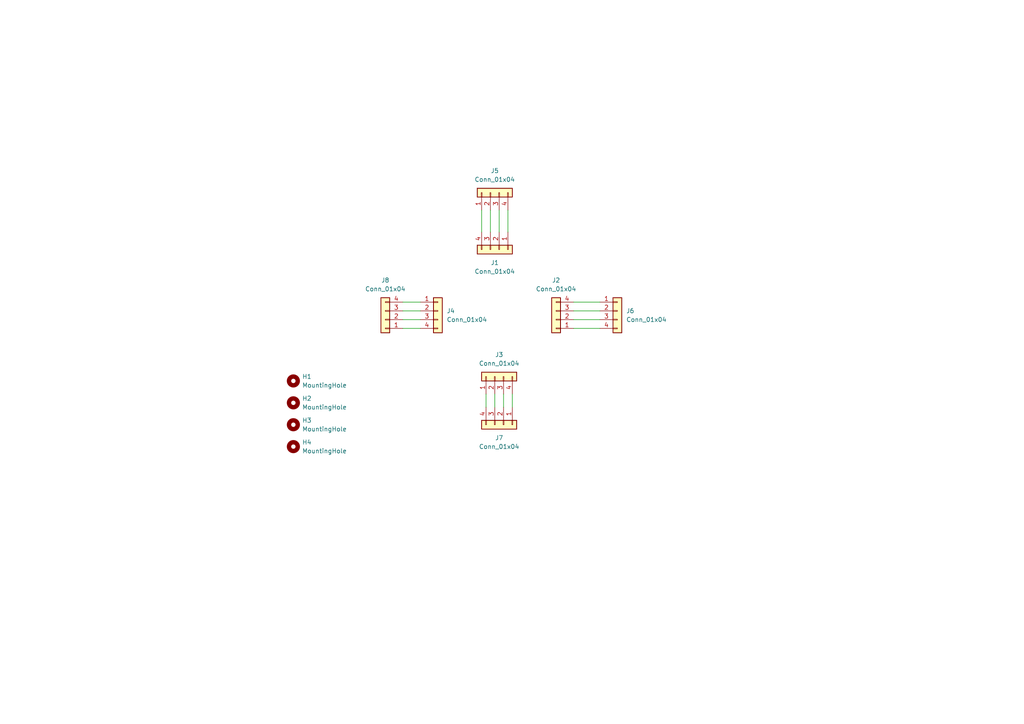
<source format=kicad_sch>
(kicad_sch (version 20211123) (generator eeschema)

  (uuid 3f687992-8b4e-4d8e-a672-f7638ae782fa)

  (paper "A4")

  (lib_symbols
    (symbol "Connector_Generic:Conn_01x04" (pin_names (offset 1.016) hide) (in_bom yes) (on_board yes)
      (property "Reference" "J" (id 0) (at 0 5.08 0)
        (effects (font (size 1.27 1.27)))
      )
      (property "Value" "Conn_01x04" (id 1) (at 0 -7.62 0)
        (effects (font (size 1.27 1.27)))
      )
      (property "Footprint" "" (id 2) (at 0 0 0)
        (effects (font (size 1.27 1.27)) hide)
      )
      (property "Datasheet" "~" (id 3) (at 0 0 0)
        (effects (font (size 1.27 1.27)) hide)
      )
      (property "ki_keywords" "connector" (id 4) (at 0 0 0)
        (effects (font (size 1.27 1.27)) hide)
      )
      (property "ki_description" "Generic connector, single row, 01x04, script generated (kicad-library-utils/schlib/autogen/connector/)" (id 5) (at 0 0 0)
        (effects (font (size 1.27 1.27)) hide)
      )
      (property "ki_fp_filters" "Connector*:*_1x??_*" (id 6) (at 0 0 0)
        (effects (font (size 1.27 1.27)) hide)
      )
      (symbol "Conn_01x04_1_1"
        (rectangle (start -1.27 -4.953) (end 0 -5.207)
          (stroke (width 0.1524) (type default) (color 0 0 0 0))
          (fill (type none))
        )
        (rectangle (start -1.27 -2.413) (end 0 -2.667)
          (stroke (width 0.1524) (type default) (color 0 0 0 0))
          (fill (type none))
        )
        (rectangle (start -1.27 0.127) (end 0 -0.127)
          (stroke (width 0.1524) (type default) (color 0 0 0 0))
          (fill (type none))
        )
        (rectangle (start -1.27 2.667) (end 0 2.413)
          (stroke (width 0.1524) (type default) (color 0 0 0 0))
          (fill (type none))
        )
        (rectangle (start -1.27 3.81) (end 1.27 -6.35)
          (stroke (width 0.254) (type default) (color 0 0 0 0))
          (fill (type background))
        )
        (pin passive line (at -5.08 2.54 0) (length 3.81)
          (name "Pin_1" (effects (font (size 1.27 1.27))))
          (number "1" (effects (font (size 1.27 1.27))))
        )
        (pin passive line (at -5.08 0 0) (length 3.81)
          (name "Pin_2" (effects (font (size 1.27 1.27))))
          (number "2" (effects (font (size 1.27 1.27))))
        )
        (pin passive line (at -5.08 -2.54 0) (length 3.81)
          (name "Pin_3" (effects (font (size 1.27 1.27))))
          (number "3" (effects (font (size 1.27 1.27))))
        )
        (pin passive line (at -5.08 -5.08 0) (length 3.81)
          (name "Pin_4" (effects (font (size 1.27 1.27))))
          (number "4" (effects (font (size 1.27 1.27))))
        )
      )
    )
    (symbol "Mechanical:MountingHole" (pin_names (offset 1.016)) (in_bom yes) (on_board yes)
      (property "Reference" "H" (id 0) (at 0 5.08 0)
        (effects (font (size 1.27 1.27)))
      )
      (property "Value" "MountingHole" (id 1) (at 0 3.175 0)
        (effects (font (size 1.27 1.27)))
      )
      (property "Footprint" "" (id 2) (at 0 0 0)
        (effects (font (size 1.27 1.27)) hide)
      )
      (property "Datasheet" "~" (id 3) (at 0 0 0)
        (effects (font (size 1.27 1.27)) hide)
      )
      (property "ki_keywords" "mounting hole" (id 4) (at 0 0 0)
        (effects (font (size 1.27 1.27)) hide)
      )
      (property "ki_description" "Mounting Hole without connection" (id 5) (at 0 0 0)
        (effects (font (size 1.27 1.27)) hide)
      )
      (property "ki_fp_filters" "MountingHole*" (id 6) (at 0 0 0)
        (effects (font (size 1.27 1.27)) hide)
      )
      (symbol "MountingHole_0_1"
        (circle (center 0 0) (radius 1.27)
          (stroke (width 1.27) (type default) (color 0 0 0 0))
          (fill (type none))
        )
      )
    )
  )


  (wire (pts (xy 116.84 95.25) (xy 121.92 95.25))
    (stroke (width 0) (type default) (color 0 0 0 0))
    (uuid 12a9aef3-3fe9-451f-a7be-021ab96ba040)
  )
  (wire (pts (xy 116.84 90.17) (xy 121.92 90.17))
    (stroke (width 0) (type default) (color 0 0 0 0))
    (uuid 177d020a-aa7f-43b6-8197-eca9ef3b7156)
  )
  (wire (pts (xy 166.37 90.17) (xy 173.99 90.17))
    (stroke (width 0) (type default) (color 0 0 0 0))
    (uuid 18a6cb87-f4b8-4cc2-a0dd-a7ab977eadec)
  )
  (wire (pts (xy 116.84 87.63) (xy 121.92 87.63))
    (stroke (width 0) (type default) (color 0 0 0 0))
    (uuid 23b2355f-d940-425c-b40e-45e336313479)
  )
  (wire (pts (xy 147.32 60.96) (xy 147.32 67.31))
    (stroke (width 0) (type default) (color 0 0 0 0))
    (uuid 3887d372-b96f-46df-bbc9-d3716f3347c3)
  )
  (wire (pts (xy 139.7 60.96) (xy 139.7 67.31))
    (stroke (width 0) (type default) (color 0 0 0 0))
    (uuid 3d705761-ac6c-4c66-9430-53fe80ba067c)
  )
  (wire (pts (xy 143.51 114.3) (xy 143.51 118.11))
    (stroke (width 0) (type default) (color 0 0 0 0))
    (uuid 4b78bf6a-91e2-474c-bb03-6741cad2ca59)
  )
  (wire (pts (xy 166.37 95.25) (xy 173.99 95.25))
    (stroke (width 0) (type default) (color 0 0 0 0))
    (uuid 669d82c5-c31b-4b50-b204-ed10064f5c05)
  )
  (wire (pts (xy 140.97 114.3) (xy 140.97 118.11))
    (stroke (width 0) (type default) (color 0 0 0 0))
    (uuid 758aabf0-7bb7-4d24-94e8-d4db15b8d0a6)
  )
  (wire (pts (xy 148.59 114.3) (xy 148.59 118.11))
    (stroke (width 0) (type default) (color 0 0 0 0))
    (uuid 78779e2b-55d3-42b3-a4f1-6b5a085f2215)
  )
  (wire (pts (xy 116.84 92.71) (xy 121.92 92.71))
    (stroke (width 0) (type default) (color 0 0 0 0))
    (uuid 99703f56-6e6a-4944-a773-adc823344700)
  )
  (wire (pts (xy 144.78 60.96) (xy 144.78 67.31))
    (stroke (width 0) (type default) (color 0 0 0 0))
    (uuid aa28d53e-b4e6-49f8-b3e2-596dc848b8c2)
  )
  (wire (pts (xy 142.24 60.96) (xy 142.24 67.31))
    (stroke (width 0) (type default) (color 0 0 0 0))
    (uuid b0212315-7b09-49a9-b774-f9b3f3509758)
  )
  (wire (pts (xy 166.37 92.71) (xy 173.99 92.71))
    (stroke (width 0) (type default) (color 0 0 0 0))
    (uuid b29cec0f-e475-4913-8af1-dfd8dad5d554)
  )
  (wire (pts (xy 166.37 87.63) (xy 173.99 87.63))
    (stroke (width 0) (type default) (color 0 0 0 0))
    (uuid b5ea3534-cc9f-475c-b276-35312a909082)
  )
  (wire (pts (xy 146.05 114.3) (xy 146.05 118.11))
    (stroke (width 0) (type default) (color 0 0 0 0))
    (uuid d09dd189-533e-49cd-bdb6-a6c5d8a14000)
  )

  (symbol (lib_id "Mechanical:MountingHole") (at 85.09 129.54 0) (unit 1)
    (in_bom yes) (on_board yes) (fields_autoplaced)
    (uuid 0244e3d1-002d-41d5-8337-f0b937d5610a)
    (property "Reference" "H4" (id 0) (at 87.63 128.2699 0)
      (effects (font (size 1.27 1.27)) (justify left))
    )
    (property "Value" "MountingHole" (id 1) (at 87.63 130.8099 0)
      (effects (font (size 1.27 1.27)) (justify left))
    )
    (property "Footprint" "MountingHole:MountingHole_2.5mm" (id 2) (at 85.09 129.54 0)
      (effects (font (size 1.27 1.27)) hide)
    )
    (property "Datasheet" "~" (id 3) (at 85.09 129.54 0)
      (effects (font (size 1.27 1.27)) hide)
    )
  )

  (symbol (lib_id "Mechanical:MountingHole") (at 85.09 116.84 0) (unit 1)
    (in_bom yes) (on_board yes) (fields_autoplaced)
    (uuid 086bcb7e-becf-4405-bf61-f0ffe6cc404b)
    (property "Reference" "H2" (id 0) (at 87.63 115.5699 0)
      (effects (font (size 1.27 1.27)) (justify left))
    )
    (property "Value" "MountingHole" (id 1) (at 87.63 118.1099 0)
      (effects (font (size 1.27 1.27)) (justify left))
    )
    (property "Footprint" "MountingHole:MountingHole_2.5mm" (id 2) (at 85.09 116.84 0)
      (effects (font (size 1.27 1.27)) hide)
    )
    (property "Datasheet" "~" (id 3) (at 85.09 116.84 0)
      (effects (font (size 1.27 1.27)) hide)
    )
  )

  (symbol (lib_id "Connector_Generic:Conn_01x04") (at 146.05 123.19 270) (unit 1)
    (in_bom yes) (on_board yes) (fields_autoplaced)
    (uuid 0c36aa35-98ab-4678-aa2c-80fe2903ef63)
    (property "Reference" "J7" (id 0) (at 144.78 127 90))
    (property "Value" "Conn_01x04" (id 1) (at 144.78 129.54 90))
    (property "Footprint" "Connector_PinHeader_2.54mm:PinHeader_1x04_P2.54mm_Vertical" (id 2) (at 146.05 123.19 0)
      (effects (font (size 1.27 1.27)) hide)
    )
    (property "Datasheet" "~" (id 3) (at 146.05 123.19 0)
      (effects (font (size 1.27 1.27)) hide)
    )
    (pin "1" (uuid edccdd2b-662f-4b40-a426-84c652cfa689))
    (pin "2" (uuid e15a3287-19c3-48e6-b657-3789b7a089e1))
    (pin "3" (uuid a720d4ba-83ab-48fc-9793-76271b1e8afe))
    (pin "4" (uuid 6e8602c3-690e-4ef4-887d-e5bad8dbb364))
  )

  (symbol (lib_id "Connector_Generic:Conn_01x04") (at 179.07 90.17 0) (unit 1)
    (in_bom yes) (on_board yes) (fields_autoplaced)
    (uuid 170fe77b-00e0-4e14-b6bb-db4ba3400a82)
    (property "Reference" "J6" (id 0) (at 181.61 90.1699 0)
      (effects (font (size 1.27 1.27)) (justify left))
    )
    (property "Value" "Conn_01x04" (id 1) (at 181.61 92.7099 0)
      (effects (font (size 1.27 1.27)) (justify left))
    )
    (property "Footprint" "Connector_PinHeader_2.54mm:PinHeader_1x04_P2.54mm_Vertical" (id 2) (at 179.07 90.17 0)
      (effects (font (size 1.27 1.27)) hide)
    )
    (property "Datasheet" "~" (id 3) (at 179.07 90.17 0)
      (effects (font (size 1.27 1.27)) hide)
    )
    (pin "1" (uuid 9e3c2320-4e9e-4cc6-9b56-ed1e2567c1f0))
    (pin "2" (uuid c7f41624-57d7-426b-a08c-25d603545222))
    (pin "3" (uuid a91f080b-da45-438b-9d7f-fc2cdce67aa9))
    (pin "4" (uuid 481ec5aa-b819-4e52-97ad-26c23cbba3e1))
  )

  (symbol (lib_id "Connector_Generic:Conn_01x04") (at 111.76 92.71 180) (unit 1)
    (in_bom yes) (on_board yes) (fields_autoplaced)
    (uuid 1749e0ea-cb96-416b-b41e-5f656bfb78fa)
    (property "Reference" "J8" (id 0) (at 111.76 81.28 0))
    (property "Value" "Conn_01x04" (id 1) (at 111.76 83.82 0))
    (property "Footprint" "Connector_PinHeader_2.54mm:PinHeader_1x04_P2.54mm_Vertical" (id 2) (at 111.76 92.71 0)
      (effects (font (size 1.27 1.27)) hide)
    )
    (property "Datasheet" "~" (id 3) (at 111.76 92.71 0)
      (effects (font (size 1.27 1.27)) hide)
    )
    (pin "1" (uuid ba9899b9-339a-45d2-a530-53520b0071e7))
    (pin "2" (uuid 8de580db-1003-4e23-a4ed-6bd38ac058c1))
    (pin "3" (uuid e208937e-69e1-4221-b28c-b70ddbb39c35))
    (pin "4" (uuid 35ace1da-788d-4e53-8f28-5c256ae34574))
  )

  (symbol (lib_id "Connector_Generic:Conn_01x04") (at 143.51 109.22 90) (unit 1)
    (in_bom yes) (on_board yes) (fields_autoplaced)
    (uuid 211532a8-ed0c-42a5-9aaa-570e355e7a23)
    (property "Reference" "J3" (id 0) (at 144.78 102.87 90))
    (property "Value" "Conn_01x04" (id 1) (at 144.78 105.41 90))
    (property "Footprint" "Connector_PinHeader_2.54mm:PinHeader_1x04_P2.54mm_Vertical" (id 2) (at 143.51 109.22 0)
      (effects (font (size 1.27 1.27)) hide)
    )
    (property "Datasheet" "~" (id 3) (at 143.51 109.22 0)
      (effects (font (size 1.27 1.27)) hide)
    )
    (pin "1" (uuid 92f9e90a-1588-4f92-b746-8588257ffec0))
    (pin "2" (uuid f9f11768-20f4-40b2-972e-3dfb6f4509d1))
    (pin "3" (uuid 908a5b81-8a53-4916-9f8e-f514b74768e2))
    (pin "4" (uuid 83203d50-b23b-456b-8815-9389e252c066))
  )

  (symbol (lib_id "Connector_Generic:Conn_01x04") (at 142.24 55.88 90) (unit 1)
    (in_bom yes) (on_board yes) (fields_autoplaced)
    (uuid 49fee71f-9404-43b2-a815-e7407ca0b0f2)
    (property "Reference" "J5" (id 0) (at 143.51 49.53 90))
    (property "Value" "Conn_01x04" (id 1) (at 143.51 52.07 90))
    (property "Footprint" "Connector_PinHeader_2.54mm:PinHeader_1x04_P2.54mm_Vertical" (id 2) (at 142.24 55.88 0)
      (effects (font (size 1.27 1.27)) hide)
    )
    (property "Datasheet" "~" (id 3) (at 142.24 55.88 0)
      (effects (font (size 1.27 1.27)) hide)
    )
    (pin "1" (uuid 69da9c29-5d9c-4dd5-b0ae-547dbc876e22))
    (pin "2" (uuid 96f0e5e8-fa6b-4616-9206-34f809a3ea1b))
    (pin "3" (uuid d1410e8a-5f71-45cd-bd05-ec1d498b1702))
    (pin "4" (uuid eb201dea-1fd2-420b-a66b-519329f1fc7c))
  )

  (symbol (lib_id "Connector_Generic:Conn_01x04") (at 127 90.17 0) (unit 1)
    (in_bom yes) (on_board yes) (fields_autoplaced)
    (uuid 4dda197b-4271-4ab9-910f-8c1e0c62e58c)
    (property "Reference" "J4" (id 0) (at 129.54 90.1699 0)
      (effects (font (size 1.27 1.27)) (justify left))
    )
    (property "Value" "Conn_01x04" (id 1) (at 129.54 92.7099 0)
      (effects (font (size 1.27 1.27)) (justify left))
    )
    (property "Footprint" "Connector_PinHeader_2.54mm:PinHeader_1x04_P2.54mm_Vertical" (id 2) (at 127 90.17 0)
      (effects (font (size 1.27 1.27)) hide)
    )
    (property "Datasheet" "~" (id 3) (at 127 90.17 0)
      (effects (font (size 1.27 1.27)) hide)
    )
    (pin "1" (uuid 2481026c-40b6-45d1-8ca1-4e38b7320fb7))
    (pin "2" (uuid 8e1f36a7-b544-4e0a-bfd5-a27524d6b79f))
    (pin "3" (uuid 83dd437a-9175-4f56-87d1-6de71ba04a52))
    (pin "4" (uuid e4e73be8-3498-4e95-9e3c-03b36944fbd1))
  )

  (symbol (lib_id "Mechanical:MountingHole") (at 85.09 110.49 0) (unit 1)
    (in_bom yes) (on_board yes) (fields_autoplaced)
    (uuid 84cb5ca4-7f34-4746-838a-b5f51359e86c)
    (property "Reference" "H1" (id 0) (at 87.63 109.2199 0)
      (effects (font (size 1.27 1.27)) (justify left))
    )
    (property "Value" "MountingHole" (id 1) (at 87.63 111.7599 0)
      (effects (font (size 1.27 1.27)) (justify left))
    )
    (property "Footprint" "MountingHole:MountingHole_2.5mm" (id 2) (at 85.09 110.49 0)
      (effects (font (size 1.27 1.27)) hide)
    )
    (property "Datasheet" "~" (id 3) (at 85.09 110.49 0)
      (effects (font (size 1.27 1.27)) hide)
    )
  )

  (symbol (lib_id "Connector_Generic:Conn_01x04") (at 161.29 92.71 180) (unit 1)
    (in_bom yes) (on_board yes) (fields_autoplaced)
    (uuid 8c4968ea-2304-42b3-9d22-53997e2bf2d5)
    (property "Reference" "J2" (id 0) (at 161.29 81.28 0))
    (property "Value" "Conn_01x04" (id 1) (at 161.29 83.82 0))
    (property "Footprint" "Connector_PinHeader_2.54mm:PinHeader_1x04_P2.54mm_Vertical" (id 2) (at 161.29 92.71 0)
      (effects (font (size 1.27 1.27)) hide)
    )
    (property "Datasheet" "~" (id 3) (at 161.29 92.71 0)
      (effects (font (size 1.27 1.27)) hide)
    )
    (pin "1" (uuid 7f4da922-1628-4155-baea-7ad4a40db0d2))
    (pin "2" (uuid 86a7bdd5-5f4d-4aaf-b95b-abaece9ebce3))
    (pin "3" (uuid 679a0743-9aef-42ee-ac8e-fc688cd731db))
    (pin "4" (uuid 49da5abc-f605-45df-9f07-b99f964c6301))
  )

  (symbol (lib_id "Connector_Generic:Conn_01x04") (at 144.78 72.39 270) (unit 1)
    (in_bom yes) (on_board yes) (fields_autoplaced)
    (uuid c19fb173-db61-4336-9db5-7273c3fcf595)
    (property "Reference" "J1" (id 0) (at 143.51 76.2 90))
    (property "Value" "Conn_01x04" (id 1) (at 143.51 78.74 90))
    (property "Footprint" "Connector_PinHeader_2.54mm:PinHeader_1x04_P2.54mm_Vertical" (id 2) (at 144.78 72.39 0)
      (effects (font (size 1.27 1.27)) hide)
    )
    (property "Datasheet" "~" (id 3) (at 144.78 72.39 0)
      (effects (font (size 1.27 1.27)) hide)
    )
    (pin "1" (uuid 41081546-bb6b-46a2-8bb4-62276725ae06))
    (pin "2" (uuid 0bb4769e-6d0a-4dce-a060-ded972837795))
    (pin "3" (uuid eacd3d3f-9b49-49cb-86f3-094af7b3eccd))
    (pin "4" (uuid 6585ec55-f9a0-4f9f-b6a5-352fb56259ee))
  )

  (symbol (lib_id "Mechanical:MountingHole") (at 85.09 123.19 0) (unit 1)
    (in_bom yes) (on_board yes) (fields_autoplaced)
    (uuid f1801554-4a97-48d2-9f77-65e3dae6eb61)
    (property "Reference" "H3" (id 0) (at 87.63 121.9199 0)
      (effects (font (size 1.27 1.27)) (justify left))
    )
    (property "Value" "MountingHole" (id 1) (at 87.63 124.4599 0)
      (effects (font (size 1.27 1.27)) (justify left))
    )
    (property "Footprint" "MountingHole:MountingHole_2.5mm" (id 2) (at 85.09 123.19 0)
      (effects (font (size 1.27 1.27)) hide)
    )
    (property "Datasheet" "~" (id 3) (at 85.09 123.19 0)
      (effects (font (size 1.27 1.27)) hide)
    )
  )

  (sheet_instances
    (path "/" (page "1"))
  )

  (symbol_instances
    (path "/84cb5ca4-7f34-4746-838a-b5f51359e86c"
      (reference "H1") (unit 1) (value "MountingHole") (footprint "MountingHole:MountingHole_2.5mm")
    )
    (path "/086bcb7e-becf-4405-bf61-f0ffe6cc404b"
      (reference "H2") (unit 1) (value "MountingHole") (footprint "MountingHole:MountingHole_2.5mm")
    )
    (path "/f1801554-4a97-48d2-9f77-65e3dae6eb61"
      (reference "H3") (unit 1) (value "MountingHole") (footprint "MountingHole:MountingHole_2.5mm")
    )
    (path "/0244e3d1-002d-41d5-8337-f0b937d5610a"
      (reference "H4") (unit 1) (value "MountingHole") (footprint "MountingHole:MountingHole_2.5mm")
    )
    (path "/c19fb173-db61-4336-9db5-7273c3fcf595"
      (reference "J1") (unit 1) (value "Conn_01x04") (footprint "Connector_PinHeader_2.54mm:PinHeader_1x04_P2.54mm_Vertical")
    )
    (path "/8c4968ea-2304-42b3-9d22-53997e2bf2d5"
      (reference "J2") (unit 1) (value "Conn_01x04") (footprint "Connector_PinHeader_2.54mm:PinHeader_1x04_P2.54mm_Vertical")
    )
    (path "/211532a8-ed0c-42a5-9aaa-570e355e7a23"
      (reference "J3") (unit 1) (value "Conn_01x04") (footprint "Connector_PinHeader_2.54mm:PinHeader_1x04_P2.54mm_Vertical")
    )
    (path "/4dda197b-4271-4ab9-910f-8c1e0c62e58c"
      (reference "J4") (unit 1) (value "Conn_01x04") (footprint "Connector_PinHeader_2.54mm:PinHeader_1x04_P2.54mm_Vertical")
    )
    (path "/49fee71f-9404-43b2-a815-e7407ca0b0f2"
      (reference "J5") (unit 1) (value "Conn_01x04") (footprint "Connector_PinHeader_2.54mm:PinHeader_1x04_P2.54mm_Vertical")
    )
    (path "/170fe77b-00e0-4e14-b6bb-db4ba3400a82"
      (reference "J6") (unit 1) (value "Conn_01x04") (footprint "Connector_PinHeader_2.54mm:PinHeader_1x04_P2.54mm_Vertical")
    )
    (path "/0c36aa35-98ab-4678-aa2c-80fe2903ef63"
      (reference "J7") (unit 1) (value "Conn_01x04") (footprint "Connector_PinHeader_2.54mm:PinHeader_1x04_P2.54mm_Vertical")
    )
    (path "/1749e0ea-cb96-416b-b41e-5f656bfb78fa"
      (reference "J8") (unit 1) (value "Conn_01x04") (footprint "Connector_PinHeader_2.54mm:PinHeader_1x04_P2.54mm_Vertical")
    )
  )
)

</source>
